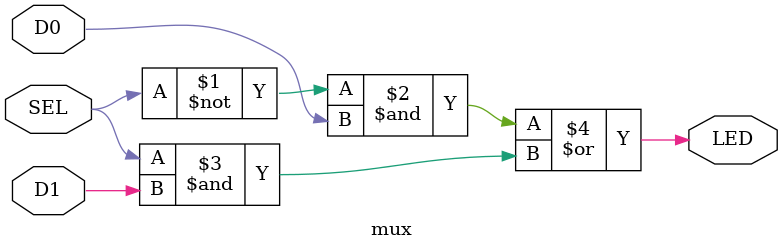
<source format=v>
`timescale 1ns / 1ps


module mux(
    input wire D0,
    input wire D1,
    input wire SEL,
    output wire LED
);
    assign LED = (~SEL & D0) | (SEL & D1);
endmodule

</source>
